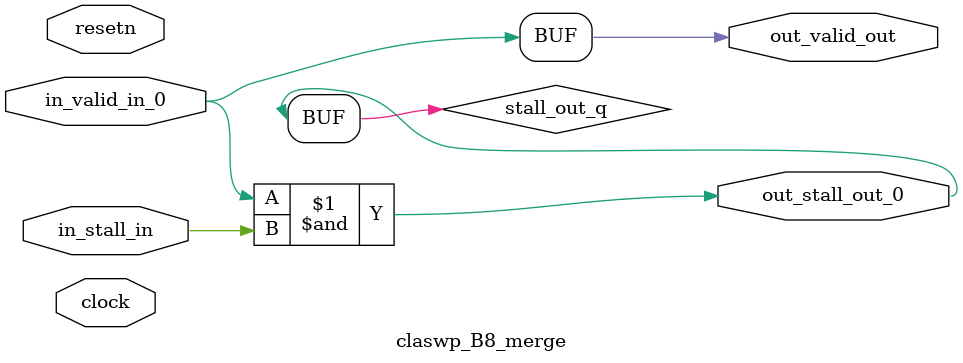
<source format=sv>



(* altera_attribute = "-name AUTO_SHIFT_REGISTER_RECOGNITION OFF; -name MESSAGE_DISABLE 10036; -name MESSAGE_DISABLE 10037; -name MESSAGE_DISABLE 14130; -name MESSAGE_DISABLE 14320; -name MESSAGE_DISABLE 15400; -name MESSAGE_DISABLE 14130; -name MESSAGE_DISABLE 10036; -name MESSAGE_DISABLE 12020; -name MESSAGE_DISABLE 12030; -name MESSAGE_DISABLE 12010; -name MESSAGE_DISABLE 12110; -name MESSAGE_DISABLE 14320; -name MESSAGE_DISABLE 13410; -name MESSAGE_DISABLE 113007; -name MESSAGE_DISABLE 10958" *)
module claswp_B8_merge (
    input wire [0:0] in_stall_in,
    input wire [0:0] in_valid_in_0,
    output wire [0:0] out_stall_out_0,
    output wire [0:0] out_valid_out,
    input wire clock,
    input wire resetn
    );

    wire [0:0] stall_out_q;


    // stall_out(LOGICAL,6)
    assign stall_out_q = in_valid_in_0 & in_stall_in;

    // out_stall_out_0(GPOUT,4)
    assign out_stall_out_0 = stall_out_q;

    // out_valid_out(GPOUT,5)
    assign out_valid_out = in_valid_in_0;

endmodule

</source>
